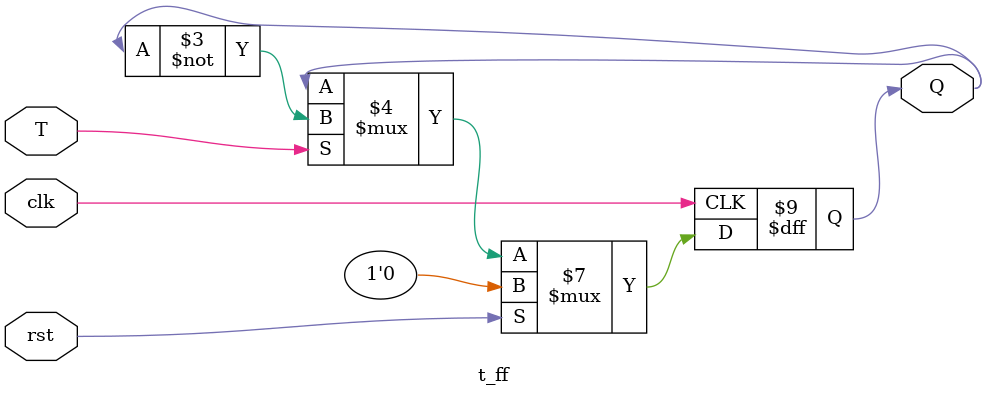
<source format=v>
`timescale 1ns / 1ps

module sync_cou(input clk,
output wire [2:0]Q
    );
    wire [2:0]T;
    reg rst = 1'b1;

   
    assign T[0] = 1'b1;
    // generating 3 t flip flop block
    genvar i;
    generate
    for( i = 0; i<= 2; i = i+1) begin
    t_ff ffa(
    .clk(clk), .T(T[i]), .rst(rst), .Q(Q[i])
    );
    end
    endgenerate
    // assigning next values
    assign T[1] = Q[0];
    assign T[2] = Q[0] & Q[1];
    // continous assignment using procedural block
    
    
       always @(*) begin
        if (Q == 3'b111)
            rst = 1'b1;
        else
            rst = 1'b0;
    end
    
    
    
endmodule

// making t flip flop module
module t_ff(input T, input clk, input rst,
output reg Q);
always@( negedge clk) begin
if(rst) begin
Q<= 0;
end
else begin
if (T ==1'b1) begin
Q <= ~Q;
end 

end
end
endmodule 
</source>
